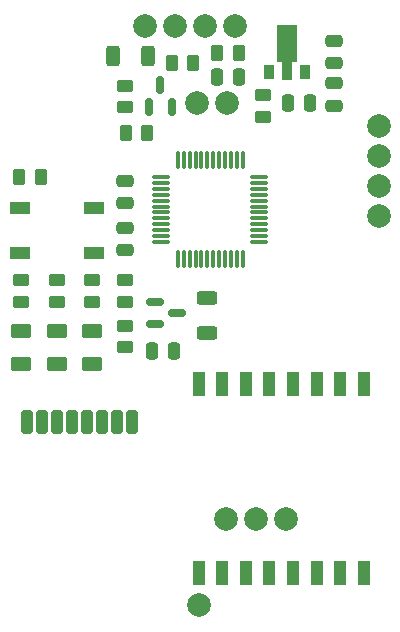
<source format=gtp>
%TF.GenerationSoftware,KiCad,Pcbnew,6.0.11-2627ca5db0~126~ubuntu22.04.1*%
%TF.CreationDate,2023-02-10T03:37:06+05:30*%
%TF.ProjectId,thermal_sampler,74686572-6d61-46c5-9f73-616d706c6572,rev?*%
%TF.SameCoordinates,Original*%
%TF.FileFunction,Paste,Top*%
%TF.FilePolarity,Positive*%
%FSLAX46Y46*%
G04 Gerber Fmt 4.6, Leading zero omitted, Abs format (unit mm)*
G04 Created by KiCad (PCBNEW 6.0.11-2627ca5db0~126~ubuntu22.04.1) date 2023-02-10 03:37:06*
%MOMM*%
%LPD*%
G01*
G04 APERTURE LIST*
G04 Aperture macros list*
%AMRoundRect*
0 Rectangle with rounded corners*
0 $1 Rounding radius*
0 $2 $3 $4 $5 $6 $7 $8 $9 X,Y pos of 4 corners*
0 Add a 4 corners polygon primitive as box body*
4,1,4,$2,$3,$4,$5,$6,$7,$8,$9,$2,$3,0*
0 Add four circle primitives for the rounded corners*
1,1,$1+$1,$2,$3*
1,1,$1+$1,$4,$5*
1,1,$1+$1,$6,$7*
1,1,$1+$1,$8,$9*
0 Add four rect primitives between the rounded corners*
20,1,$1+$1,$2,$3,$4,$5,0*
20,1,$1+$1,$4,$5,$6,$7,0*
20,1,$1+$1,$6,$7,$8,$9,0*
20,1,$1+$1,$8,$9,$2,$3,0*%
%AMFreePoly0*
4,1,9,3.862500,-0.866500,0.737500,-0.866500,0.737500,-0.450000,-0.737500,-0.450000,-0.737500,0.450000,0.737500,0.450000,0.737500,0.866500,3.862500,0.866500,3.862500,-0.866500,3.862500,-0.866500,$1*%
G04 Aperture macros list end*
%ADD10C,2.000000*%
%ADD11R,0.900000X1.300000*%
%ADD12FreePoly0,90.000000*%
%ADD13RoundRect,0.250000X-0.450000X0.262500X-0.450000X-0.262500X0.450000X-0.262500X0.450000X0.262500X0*%
%ADD14RoundRect,0.250000X0.250000X0.475000X-0.250000X0.475000X-0.250000X-0.475000X0.250000X-0.475000X0*%
%ADD15RoundRect,0.250000X-0.625000X0.312500X-0.625000X-0.312500X0.625000X-0.312500X0.625000X0.312500X0*%
%ADD16RoundRect,0.150000X-0.587500X-0.150000X0.587500X-0.150000X0.587500X0.150000X-0.587500X0.150000X0*%
%ADD17RoundRect,0.250000X0.450000X-0.262500X0.450000X0.262500X-0.450000X0.262500X-0.450000X-0.262500X0*%
%ADD18RoundRect,0.250000X0.475000X-0.250000X0.475000X0.250000X-0.475000X0.250000X-0.475000X-0.250000X0*%
%ADD19RoundRect,0.150000X0.150000X-0.587500X0.150000X0.587500X-0.150000X0.587500X-0.150000X-0.587500X0*%
%ADD20RoundRect,0.250000X-0.625000X0.375000X-0.625000X-0.375000X0.625000X-0.375000X0.625000X0.375000X0*%
%ADD21RoundRect,0.250000X-0.312500X-0.625000X0.312500X-0.625000X0.312500X0.625000X-0.312500X0.625000X0*%
%ADD22RoundRect,0.075000X-0.662500X-0.075000X0.662500X-0.075000X0.662500X0.075000X-0.662500X0.075000X0*%
%ADD23RoundRect,0.075000X-0.075000X-0.662500X0.075000X-0.662500X0.075000X0.662500X-0.075000X0.662500X0*%
%ADD24RoundRect,0.250000X-0.250000X-0.475000X0.250000X-0.475000X0.250000X0.475000X-0.250000X0.475000X0*%
%ADD25RoundRect,0.250000X-0.262500X-0.450000X0.262500X-0.450000X0.262500X0.450000X-0.262500X0.450000X0*%
%ADD26RoundRect,0.250000X0.250000X0.750000X-0.250000X0.750000X-0.250000X-0.750000X0.250000X-0.750000X0*%
%ADD27R,1.000000X2.000000*%
%ADD28R,1.700000X1.000000*%
%ADD29RoundRect,0.250000X0.262500X0.450000X-0.262500X0.450000X-0.262500X-0.450000X0.262500X-0.450000X0*%
%ADD30RoundRect,0.250000X-0.475000X0.250000X-0.475000X-0.250000X0.475000X-0.250000X0.475000X0.250000X0*%
G04 APERTURE END LIST*
D10*
%TO.C,J5*%
X158330000Y-165230000D03*
X160870000Y-165230000D03*
X163410000Y-165230000D03*
%TD*%
D11*
%TO.C,U1*%
X162000000Y-127375000D03*
D12*
X163500000Y-127287500D03*
D11*
X165000000Y-127375000D03*
%TD*%
D13*
%TO.C,R13*%
X161500000Y-129337500D03*
X161500000Y-131162500D03*
%TD*%
D14*
%TO.C,C7*%
X153950000Y-151000000D03*
X152050000Y-151000000D03*
%TD*%
D15*
%TO.C,R7*%
X156750000Y-146537500D03*
X156750000Y-149462500D03*
%TD*%
D16*
%TO.C,Q1*%
X152312500Y-146800000D03*
X152312500Y-148700000D03*
X154187500Y-147750000D03*
%TD*%
D17*
%TO.C,R11*%
X149814102Y-130337394D03*
X149814102Y-128512394D03*
%TD*%
D18*
%TO.C,C5*%
X149750000Y-142450000D03*
X149750000Y-140550000D03*
%TD*%
D10*
%TO.C,J6*%
X151460000Y-123500000D03*
X154000000Y-123500000D03*
X156540000Y-123500000D03*
X159080000Y-123500000D03*
%TD*%
D13*
%TO.C,R3*%
X147000000Y-145000000D03*
X147000000Y-146825000D03*
%TD*%
D19*
%TO.C,Q2*%
X151817220Y-130333213D03*
X153717220Y-130333213D03*
X152767220Y-128458213D03*
%TD*%
D14*
%TO.C,C2*%
X165450000Y-130000000D03*
X163550000Y-130000000D03*
%TD*%
D13*
%TO.C,R6*%
X149750000Y-148837500D03*
X149750000Y-150662500D03*
%TD*%
D10*
%TO.C,J4*%
X156000000Y-172500000D03*
%TD*%
D20*
%TO.C,D2*%
X147000000Y-149262500D03*
X147000000Y-152062500D03*
%TD*%
D21*
%TO.C,R12*%
X148787500Y-126000000D03*
X151712500Y-126000000D03*
%TD*%
D22*
%TO.C,U2*%
X152837500Y-136250000D03*
X152837500Y-136750000D03*
X152837500Y-137250000D03*
X152837500Y-137750000D03*
X152837500Y-138250000D03*
X152837500Y-138750000D03*
X152837500Y-139250000D03*
X152837500Y-139750000D03*
X152837500Y-140250000D03*
X152837500Y-140750000D03*
X152837500Y-141250000D03*
X152837500Y-141750000D03*
D23*
X154250000Y-143162500D03*
X154750000Y-143162500D03*
X155250000Y-143162500D03*
X155750000Y-143162500D03*
X156250000Y-143162500D03*
X156750000Y-143162500D03*
X157250000Y-143162500D03*
X157750000Y-143162500D03*
X158250000Y-143162500D03*
X158750000Y-143162500D03*
X159250000Y-143162500D03*
X159750000Y-143162500D03*
D22*
X161162500Y-141750000D03*
X161162500Y-141250000D03*
X161162500Y-140750000D03*
X161162500Y-140250000D03*
X161162500Y-139750000D03*
X161162500Y-139250000D03*
X161162500Y-138750000D03*
X161162500Y-138250000D03*
X161162500Y-137750000D03*
X161162500Y-137250000D03*
X161162500Y-136750000D03*
X161162500Y-136250000D03*
D23*
X159750000Y-134837500D03*
X159250000Y-134837500D03*
X158750000Y-134837500D03*
X158250000Y-134837500D03*
X157750000Y-134837500D03*
X157250000Y-134837500D03*
X156750000Y-134837500D03*
X156250000Y-134837500D03*
X155750000Y-134837500D03*
X155250000Y-134837500D03*
X154750000Y-134837500D03*
X154250000Y-134837500D03*
%TD*%
D17*
%TO.C,R5*%
X149750000Y-146825000D03*
X149750000Y-145000000D03*
%TD*%
D13*
%TO.C,R2*%
X144000000Y-145000000D03*
X144000000Y-146825000D03*
%TD*%
D24*
%TO.C,C9*%
X157552902Y-127815186D03*
X159452902Y-127815186D03*
%TD*%
D18*
%TO.C,C6*%
X149750000Y-138450000D03*
X149750000Y-136550000D03*
%TD*%
D25*
%TO.C,R1*%
X140837500Y-136250000D03*
X142662500Y-136250000D03*
%TD*%
D26*
%TO.C,U3*%
X150400000Y-157000000D03*
X149130000Y-157000000D03*
X147860000Y-157000000D03*
X146590000Y-157000000D03*
X145320000Y-157000000D03*
X144050000Y-157000000D03*
X142780000Y-157000000D03*
X141510000Y-157000000D03*
%TD*%
D20*
%TO.C,D1*%
X144000000Y-149262500D03*
X144000000Y-152062500D03*
%TD*%
D10*
%TO.C,J7*%
X158374190Y-130000000D03*
X155834190Y-130000000D03*
%TD*%
D25*
%TO.C,R9*%
X157587500Y-125750000D03*
X159412500Y-125750000D03*
%TD*%
D27*
%TO.C,U4*%
X170000000Y-153750000D03*
X168000000Y-153750000D03*
X166000000Y-153750000D03*
X164000000Y-153750000D03*
X162000000Y-153750000D03*
X160000000Y-153750000D03*
X158000000Y-153750000D03*
X156000000Y-153750000D03*
X156000000Y-169750000D03*
X158000000Y-169750000D03*
X160000000Y-169750000D03*
X162000000Y-169750000D03*
X164000000Y-169750000D03*
X166000000Y-169750000D03*
X168000000Y-169750000D03*
X170000000Y-169750000D03*
%TD*%
D10*
%TO.C,J3*%
X171250000Y-139560000D03*
X171250000Y-137020000D03*
X171250000Y-134480000D03*
X171250000Y-131940000D03*
%TD*%
D28*
%TO.C,SW1*%
X147150000Y-138850000D03*
X140850000Y-138850000D03*
X140850000Y-142650000D03*
X147150000Y-142650000D03*
%TD*%
D20*
%TO.C,D3*%
X141000000Y-149262500D03*
X141000000Y-152062500D03*
%TD*%
D29*
%TO.C,R8*%
X153737500Y-126580000D03*
X155562500Y-126580000D03*
%TD*%
D30*
%TO.C,C1*%
X167500000Y-124725000D03*
X167500000Y-126625000D03*
%TD*%
D25*
%TO.C,R10*%
X149837500Y-132488900D03*
X151662500Y-132488900D03*
%TD*%
D18*
%TO.C,C3*%
X167500000Y-130200000D03*
X167500000Y-128300000D03*
%TD*%
D13*
%TO.C,R4*%
X141000000Y-145000000D03*
X141000000Y-146825000D03*
%TD*%
M02*

</source>
